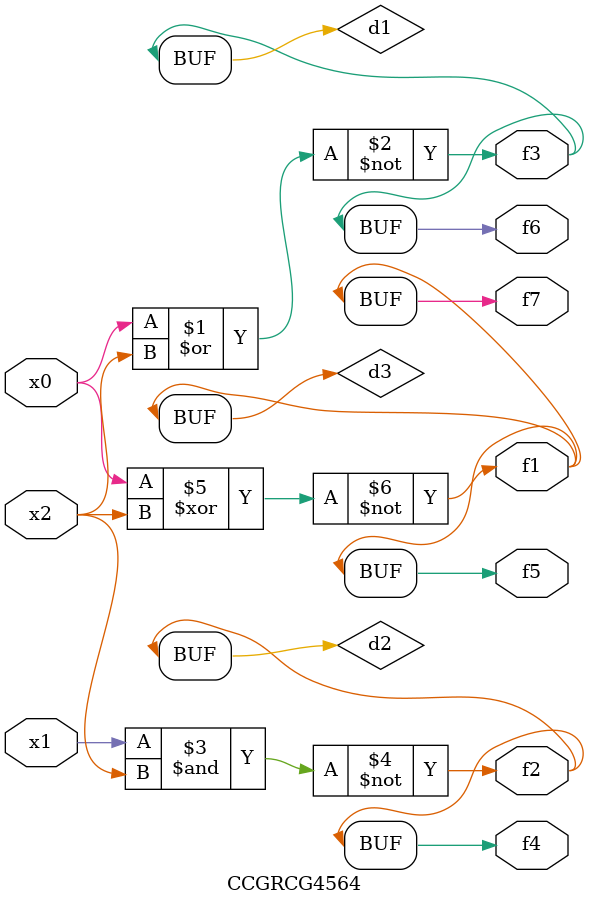
<source format=v>
module CCGRCG4564(
	input x0, x1, x2,
	output f1, f2, f3, f4, f5, f6, f7
);

	wire d1, d2, d3;

	nor (d1, x0, x2);
	nand (d2, x1, x2);
	xnor (d3, x0, x2);
	assign f1 = d3;
	assign f2 = d2;
	assign f3 = d1;
	assign f4 = d2;
	assign f5 = d3;
	assign f6 = d1;
	assign f7 = d3;
endmodule

</source>
